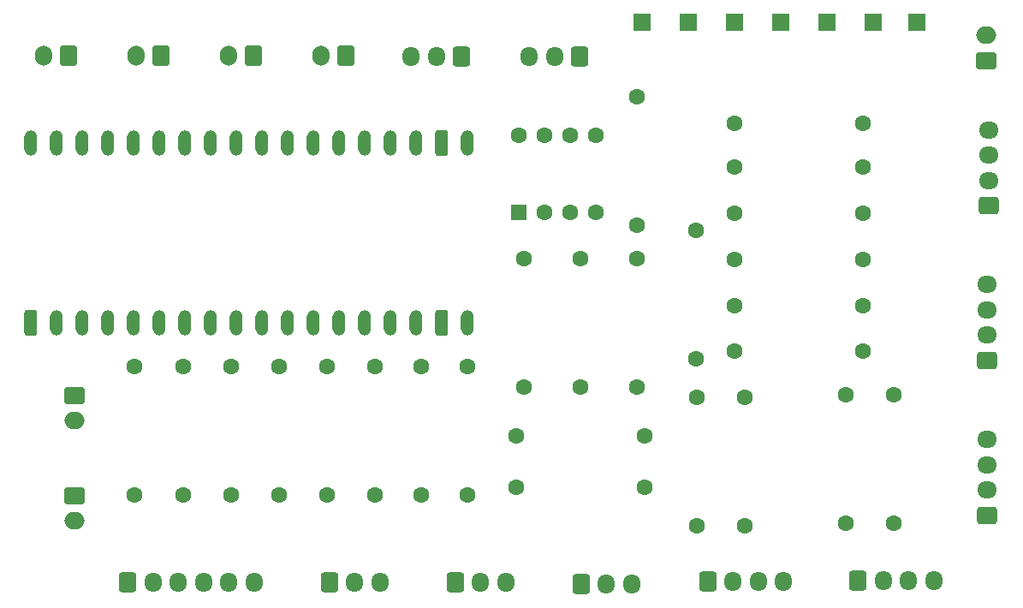
<source format=gbs>
%TF.GenerationSoftware,KiCad,Pcbnew,9.0.2*%
%TF.CreationDate,2025-07-11T23:57:31-07:00*%
%TF.ProjectId,motherboard,6d6f7468-6572-4626-9f61-72642e6b6963,rev?*%
%TF.SameCoordinates,Original*%
%TF.FileFunction,Soldermask,Bot*%
%TF.FilePolarity,Negative*%
%FSLAX46Y46*%
G04 Gerber Fmt 4.6, Leading zero omitted, Abs format (unit mm)*
G04 Created by KiCad (PCBNEW 9.0.2) date 2025-07-11 23:57:31*
%MOMM*%
%LPD*%
G01*
G04 APERTURE LIST*
G04 Aperture macros list*
%AMRoundRect*
0 Rectangle with rounded corners*
0 $1 Rounding radius*
0 $2 $3 $4 $5 $6 $7 $8 $9 X,Y pos of 4 corners*
0 Add a 4 corners polygon primitive as box body*
4,1,4,$2,$3,$4,$5,$6,$7,$8,$9,$2,$3,0*
0 Add four circle primitives for the rounded corners*
1,1,$1+$1,$2,$3*
1,1,$1+$1,$4,$5*
1,1,$1+$1,$6,$7*
1,1,$1+$1,$8,$9*
0 Add four rect primitives between the rounded corners*
20,1,$1+$1,$2,$3,$4,$5,0*
20,1,$1+$1,$4,$5,$6,$7,0*
20,1,$1+$1,$6,$7,$8,$9,0*
20,1,$1+$1,$8,$9,$2,$3,0*%
G04 Aperture macros list end*
%ADD10O,1.700000X1.950000*%
%ADD11RoundRect,0.250000X0.600000X0.725000X-0.600000X0.725000X-0.600000X-0.725000X0.600000X-0.725000X0*%
%ADD12O,1.270000X2.540000*%
%ADD13RoundRect,0.250000X0.385000X-1.020000X0.385000X1.020000X-0.385000X1.020000X-0.385000X-1.020000X0*%
%ADD14RoundRect,0.250000X-0.600000X-0.725000X0.600000X-0.725000X0.600000X0.725000X-0.600000X0.725000X0*%
%ADD15C,1.600000*%
%ADD16O,1.950000X1.700000*%
%ADD17RoundRect,0.250000X0.725000X-0.600000X0.725000X0.600000X-0.725000X0.600000X-0.725000X-0.600000X0*%
%ADD18RoundRect,0.250000X0.600000X0.750000X-0.600000X0.750000X-0.600000X-0.750000X0.600000X-0.750000X0*%
%ADD19O,1.700000X2.000000*%
%ADD20R,1.700000X1.700000*%
%ADD21RoundRect,0.250000X0.550000X-0.550000X0.550000X0.550000X-0.550000X0.550000X-0.550000X-0.550000X0*%
%ADD22RoundRect,0.250000X0.750000X-0.600000X0.750000X0.600000X-0.750000X0.600000X-0.750000X-0.600000X0*%
%ADD23O,2.000000X1.700000*%
%ADD24RoundRect,0.250000X-0.750000X0.600000X-0.750000X-0.600000X0.750000X-0.600000X0.750000X0.600000X0*%
G04 APERTURE END LIST*
D10*
%TO.C,U4*%
X64028000Y-18304000D03*
X66528000Y-18304000D03*
D11*
X69028000Y-18304000D03*
%TD*%
D12*
%TO.C,U1*%
X17272000Y-44704000D03*
X19812000Y-44704000D03*
D13*
X55372000Y-26924000D03*
X55372000Y-44704000D03*
X14732000Y-44704000D03*
D12*
X52832000Y-26924000D03*
X47752000Y-26924000D03*
X50292000Y-26924000D03*
X42672000Y-26924000D03*
X45212000Y-26924000D03*
X29972000Y-44704000D03*
X27432000Y-44704000D03*
X32512000Y-44704000D03*
X24892000Y-44704000D03*
X22352000Y-44704000D03*
X19812000Y-26924000D03*
X17272000Y-26924000D03*
X14732000Y-26924000D03*
X22352000Y-26924000D03*
X42672000Y-44704000D03*
X35052000Y-44704000D03*
X40132000Y-44704000D03*
X37592000Y-44704000D03*
X32512000Y-26924000D03*
X35052000Y-26924000D03*
X24892000Y-26924000D03*
X27432000Y-26924000D03*
X57912000Y-44704000D03*
X29972000Y-26924000D03*
X47752000Y-44704000D03*
X57912000Y-26924000D03*
X52832000Y-44704000D03*
X37592000Y-26924000D03*
X45212000Y-44704000D03*
X40132000Y-26924000D03*
X50292000Y-44704000D03*
%TD*%
D10*
%TO.C,MG996R_1*%
X74168000Y-70462500D03*
X71668000Y-70462500D03*
D14*
X69168000Y-70462500D03*
%TD*%
D15*
%TO.C,R24*%
X84328000Y-47498000D03*
X97028000Y-47498000D03*
%TD*%
%TO.C,R16*%
X84328000Y-33858000D03*
X97028000Y-33858000D03*
%TD*%
%TO.C,R17*%
X84328000Y-38430000D03*
X97028000Y-38430000D03*
%TD*%
%TO.C,R18*%
X84328000Y-24968000D03*
X97028000Y-24968000D03*
%TD*%
%TO.C,R22*%
X84328000Y-29286000D03*
X97028000Y-29286000D03*
%TD*%
%TO.C,R23*%
X84328000Y-43002000D03*
X97028000Y-43002000D03*
%TD*%
%TO.C,R9*%
X80518000Y-48260000D03*
X80518000Y-35560000D03*
%TD*%
%TO.C,R8*%
X74676000Y-22352000D03*
X74676000Y-35052000D03*
%TD*%
%TO.C,R1*%
X63500000Y-38354000D03*
X63500000Y-51054000D03*
%TD*%
%TO.C,R20*%
X39268000Y-49022000D03*
X39268000Y-61722000D03*
%TD*%
%TO.C,R30*%
X48768000Y-49022000D03*
X48768000Y-61722000D03*
%TD*%
%TO.C,R19*%
X34518000Y-49022000D03*
X34518000Y-61722000D03*
%TD*%
%TO.C,R21*%
X44018000Y-49022000D03*
X44018000Y-61722000D03*
%TD*%
%TO.C,R11*%
X29768000Y-49022000D03*
X29768000Y-61722000D03*
%TD*%
%TO.C,R10*%
X25018000Y-49022000D03*
X25018000Y-61722000D03*
%TD*%
%TO.C,R3*%
X74676000Y-51054000D03*
X74676000Y-38354000D03*
%TD*%
D16*
%TO.C,U5*%
X109296500Y-40894000D03*
X109296500Y-43394000D03*
X109296500Y-45894000D03*
D17*
X109296500Y-48394000D03*
%TD*%
D15*
%TO.C,R15*%
X80594000Y-64770000D03*
X80594000Y-52070000D03*
%TD*%
%TO.C,R13*%
X95326000Y-64516000D03*
X95326000Y-51816000D03*
%TD*%
%TO.C,R12*%
X100076000Y-64516000D03*
X100076000Y-51816000D03*
%TD*%
%TO.C,R14*%
X85344000Y-64770000D03*
X85344000Y-52070000D03*
%TD*%
D18*
%TO.C,motor1*%
X18502000Y-18288000D03*
D19*
X16002000Y-18288000D03*
%TD*%
D18*
%TO.C,motor2*%
X27646000Y-18288000D03*
D19*
X25146000Y-18288000D03*
%TD*%
D14*
%TO.C,U9*%
X96554000Y-70180500D03*
D10*
X99054000Y-70180500D03*
X101554000Y-70180500D03*
X104054000Y-70180500D03*
%TD*%
D14*
%TO.C,SG90_1*%
X44276000Y-70358000D03*
D10*
X46776000Y-70358000D03*
X49276000Y-70358000D03*
%TD*%
D20*
%TO.C,J1*%
X102362000Y-14986000D03*
%TD*%
%TO.C,J5*%
X88900000Y-14986000D03*
%TD*%
D14*
%TO.C,Switches1*%
X24330000Y-70358000D03*
D10*
X26830000Y-70358000D03*
X29330000Y-70358000D03*
X31830000Y-70358000D03*
X34330000Y-70358000D03*
X36830000Y-70358000D03*
%TD*%
D15*
%TO.C,R7*%
X57912000Y-61722000D03*
X57912000Y-49022000D03*
%TD*%
D20*
%TO.C,J4*%
X84328000Y-14986000D03*
%TD*%
%TO.C,J7*%
X93472000Y-14986000D03*
%TD*%
D15*
%TO.C,R6*%
X53340000Y-61722000D03*
X53340000Y-49022000D03*
%TD*%
%TO.C,R4*%
X62738000Y-55880000D03*
X75438000Y-55880000D03*
%TD*%
D21*
%TO.C,U2*%
X62992000Y-33777000D03*
D15*
X65532000Y-33777000D03*
X68072000Y-33777000D03*
X70612000Y-33777000D03*
X70612000Y-26157000D03*
X68072000Y-26157000D03*
X65532000Y-26157000D03*
X62992000Y-26157000D03*
%TD*%
D11*
%TO.C,U3*%
X57364000Y-18304000D03*
D10*
X54864000Y-18304000D03*
X52364000Y-18304000D03*
%TD*%
D22*
%TO.C,PI_Connect1*%
X109220000Y-18756000D03*
D23*
X109220000Y-16256000D03*
%TD*%
D20*
%TO.C,J6*%
X98044000Y-14986000D03*
%TD*%
D24*
%TO.C,BT2*%
X19050000Y-51856000D03*
D23*
X19050000Y-54356000D03*
%TD*%
D24*
%TO.C,BT1*%
X19056500Y-61742000D03*
D23*
X19056500Y-64242000D03*
%TD*%
D15*
%TO.C,R2*%
X69088000Y-38354000D03*
X69088000Y-51054000D03*
%TD*%
D20*
%TO.C,J2*%
X75184000Y-14986000D03*
%TD*%
D14*
%TO.C,DS1*%
X56722000Y-70358000D03*
D10*
X59222000Y-70358000D03*
X61722000Y-70358000D03*
%TD*%
D20*
%TO.C,J3*%
X79756000Y-14986000D03*
%TD*%
D18*
%TO.C,motor3*%
X36790000Y-18288000D03*
D19*
X34290000Y-18288000D03*
%TD*%
D14*
%TO.C,U7*%
X81688000Y-70257000D03*
D10*
X84188000Y-70257000D03*
X86688000Y-70257000D03*
X89188000Y-70257000D03*
%TD*%
D17*
%TO.C,U6*%
X109474000Y-33094000D03*
D16*
X109474000Y-30594000D03*
X109474000Y-28094000D03*
X109474000Y-25594000D03*
%TD*%
D18*
%TO.C,motor4*%
X45934000Y-18288000D03*
D19*
X43434000Y-18288000D03*
%TD*%
D15*
%TO.C,R5*%
X62738000Y-60960000D03*
X75438000Y-60960000D03*
%TD*%
D17*
%TO.C,U8*%
X109296500Y-63694000D03*
D16*
X109296500Y-61194000D03*
X109296500Y-58694000D03*
X109296500Y-56194000D03*
%TD*%
M02*

</source>
